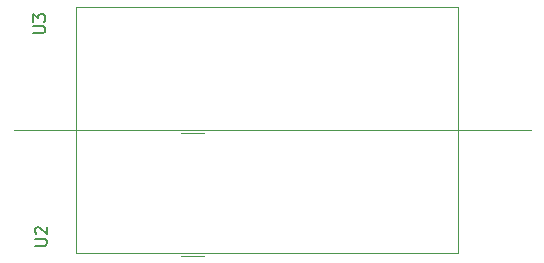
<source format=gbr>
G04 #@! TF.GenerationSoftware,KiCad,Pcbnew,5.1.5+dfsg1-2build2*
G04 #@! TF.CreationDate,2021-11-16T18:40:55-05:00*
G04 #@! TF.ProjectId,028INCH_8DIGIT,30323849-4e43-4485-9f38-44494749542e,rev?*
G04 #@! TF.SameCoordinates,Original*
G04 #@! TF.FileFunction,Legend,Top*
G04 #@! TF.FilePolarity,Positive*
%FSLAX46Y46*%
G04 Gerber Fmt 4.6, Leading zero omitted, Abs format (unit mm)*
G04 Created by KiCad (PCBNEW 5.1.5+dfsg1-2build2) date 2021-11-16 18:40:55*
%MOMM*%
%LPD*%
G04 APERTURE LIST*
%ADD10C,0.120000*%
%ADD11C,0.150000*%
G04 APERTURE END LIST*
D10*
X100000000Y-110500000D02*
X143800000Y-110500000D01*
X105318000Y-110510000D02*
X105318000Y-100070000D01*
X105318000Y-110510000D02*
X137658000Y-110510000D01*
X137658000Y-110510000D02*
X137658000Y-100070000D01*
X137658000Y-100070000D02*
X105318000Y-100070000D01*
X114138000Y-110760000D02*
X116138000Y-110760000D01*
X105318000Y-120930000D02*
X105318000Y-110490000D01*
X105318000Y-120930000D02*
X137658000Y-120930000D01*
X137658000Y-120930000D02*
X137658000Y-110490000D01*
X137658000Y-110490000D02*
X105318000Y-110490000D01*
X114138000Y-121180000D02*
X116138000Y-121180000D01*
D11*
X101661780Y-102279304D02*
X102471304Y-102279304D01*
X102566542Y-102231685D01*
X102614161Y-102184066D01*
X102661780Y-102088828D01*
X102661780Y-101898352D01*
X102614161Y-101803114D01*
X102566542Y-101755495D01*
X102471304Y-101707876D01*
X101661780Y-101707876D01*
X101661780Y-101326923D02*
X101661780Y-100707876D01*
X102042733Y-101041209D01*
X102042733Y-100898352D01*
X102090352Y-100803114D01*
X102137971Y-100755495D01*
X102233209Y-100707876D01*
X102471304Y-100707876D01*
X102566542Y-100755495D01*
X102614161Y-100803114D01*
X102661780Y-100898352D01*
X102661780Y-101184066D01*
X102614161Y-101279304D01*
X102566542Y-101326923D01*
X101814180Y-120307304D02*
X102623704Y-120307304D01*
X102718942Y-120259685D01*
X102766561Y-120212066D01*
X102814180Y-120116828D01*
X102814180Y-119926352D01*
X102766561Y-119831114D01*
X102718942Y-119783495D01*
X102623704Y-119735876D01*
X101814180Y-119735876D01*
X101909419Y-119307304D02*
X101861800Y-119259685D01*
X101814180Y-119164447D01*
X101814180Y-118926352D01*
X101861800Y-118831114D01*
X101909419Y-118783495D01*
X102004657Y-118735876D01*
X102099895Y-118735876D01*
X102242752Y-118783495D01*
X102814180Y-119354923D01*
X102814180Y-118735876D01*
M02*

</source>
